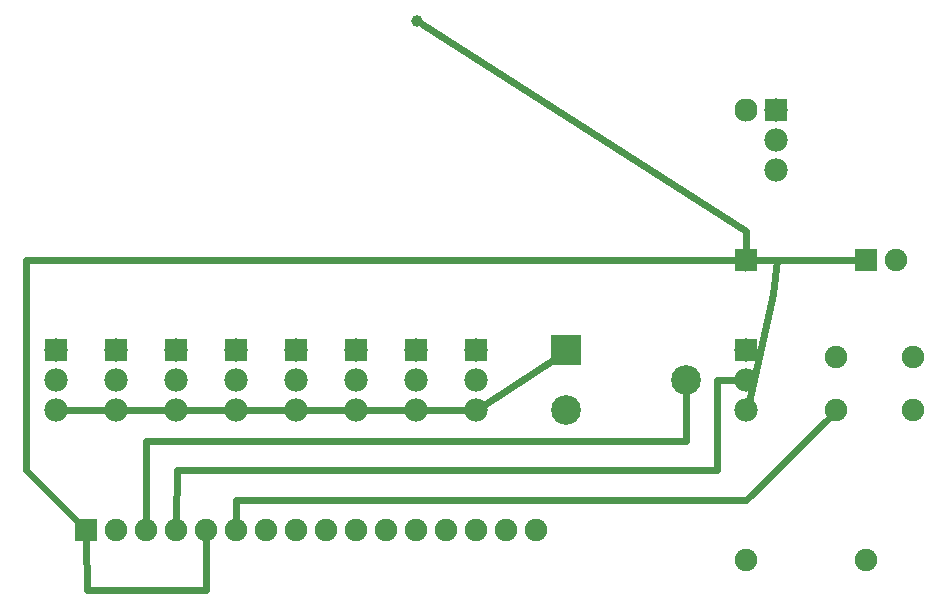
<source format=gbl>
G04 MADE WITH FRITZING*
G04 WWW.FRITZING.ORG*
G04 DOUBLE SIDED*
G04 HOLES PLATED*
G04 CONTOUR ON CENTER OF CONTOUR VECTOR*
%ASAXBY*%
%FSLAX23Y23*%
%MOIN*%
%OFA0B0*%
%SFA1.0B1.0*%
%ADD10C,0.075000*%
%ADD11C,0.078000*%
%ADD12C,0.099000*%
%ADD13C,0.077222*%
%ADD14C,0.039370*%
%ADD15R,0.075000X0.075000*%
%ADD16R,0.078000X0.078000*%
%ADD17R,0.099000X0.099000*%
%ADD18R,0.077222X0.077222*%
%ADD19C,0.024000*%
%LNCOPPER0*%
G90*
G70*
G54D10*
X2522Y1250D03*
X2922Y1250D03*
X2922Y2250D03*
X3022Y2250D03*
X322Y1350D03*
X422Y1350D03*
X522Y1350D03*
X622Y1350D03*
X722Y1350D03*
X822Y1350D03*
X922Y1350D03*
X1022Y1350D03*
X1122Y1350D03*
X1222Y1350D03*
X1322Y1350D03*
X1422Y1350D03*
X1522Y1350D03*
X1622Y1350D03*
X1722Y1350D03*
X1822Y1350D03*
G54D11*
X2522Y1950D03*
X2522Y1850D03*
X2522Y1750D03*
X1622Y1950D03*
X1622Y1850D03*
X1622Y1750D03*
X1422Y1950D03*
X1422Y1850D03*
X1422Y1750D03*
X1222Y1950D03*
X1222Y1850D03*
X1222Y1750D03*
X1022Y1950D03*
X1022Y1850D03*
X1022Y1750D03*
X822Y1950D03*
X822Y1850D03*
X822Y1750D03*
X622Y1950D03*
X622Y1850D03*
X622Y1750D03*
X422Y1950D03*
X422Y1850D03*
X422Y1750D03*
X222Y1950D03*
X222Y1850D03*
X222Y1750D03*
G54D12*
X1922Y1750D03*
X1922Y1950D03*
X2322Y1850D03*
G54D10*
X3078Y1750D03*
X2822Y1750D03*
X3078Y1927D03*
X2822Y1927D03*
G54D13*
X2522Y2750D03*
X2522Y2250D03*
X2522Y2750D03*
X2522Y2250D03*
G54D11*
X2622Y2750D03*
X2622Y2650D03*
X2622Y2550D03*
G54D14*
X1424Y3049D03*
G54D15*
X2922Y2250D03*
X322Y1350D03*
G54D16*
X2522Y1950D03*
X1622Y1950D03*
X1422Y1950D03*
X1222Y1950D03*
X1022Y1950D03*
X822Y1950D03*
X622Y1950D03*
X422Y1950D03*
X222Y1950D03*
G54D17*
X1922Y1950D03*
G54D18*
X2522Y2250D03*
X2522Y2250D03*
G54D16*
X2622Y2750D03*
G54D19*
X2611Y2139D02*
X2529Y1779D01*
D02*
X2624Y2250D02*
X2611Y2139D01*
D02*
X2550Y2250D02*
X2624Y2250D01*
D02*
X1452Y1750D02*
X1592Y1750D01*
D02*
X1252Y1750D02*
X1392Y1750D01*
D02*
X1052Y1750D02*
X1192Y1750D01*
D02*
X852Y1750D02*
X992Y1750D01*
D02*
X652Y1750D02*
X792Y1750D01*
D02*
X452Y1750D02*
X592Y1750D01*
D02*
X392Y1750D02*
X252Y1750D01*
D02*
X1896Y1932D02*
X1647Y1766D01*
D02*
X2550Y2250D02*
X2894Y2250D01*
D02*
X2322Y1649D02*
X522Y1649D01*
D02*
X522Y1649D02*
X522Y1378D01*
D02*
X2322Y1818D02*
X2322Y1649D01*
D02*
X324Y1151D02*
X720Y1151D01*
D02*
X720Y1151D02*
X722Y1321D01*
D02*
X322Y1321D02*
X324Y1151D01*
D02*
X121Y1552D02*
X121Y2252D01*
D02*
X121Y2252D02*
X2495Y2250D01*
D02*
X302Y1370D02*
X121Y1552D01*
D02*
X2521Y1450D02*
X821Y1450D01*
D02*
X821Y1450D02*
X822Y1378D01*
D02*
X2802Y1729D02*
X2521Y1450D01*
D02*
X2424Y1851D02*
X2424Y1552D01*
D02*
X2424Y1552D02*
X623Y1552D01*
D02*
X623Y1552D02*
X622Y1378D01*
D02*
X2492Y1850D02*
X2424Y1851D01*
D02*
X2521Y2349D02*
X1440Y3039D01*
D02*
X2522Y2277D02*
X2521Y2349D01*
G04 End of Copper0*
M02*
</source>
